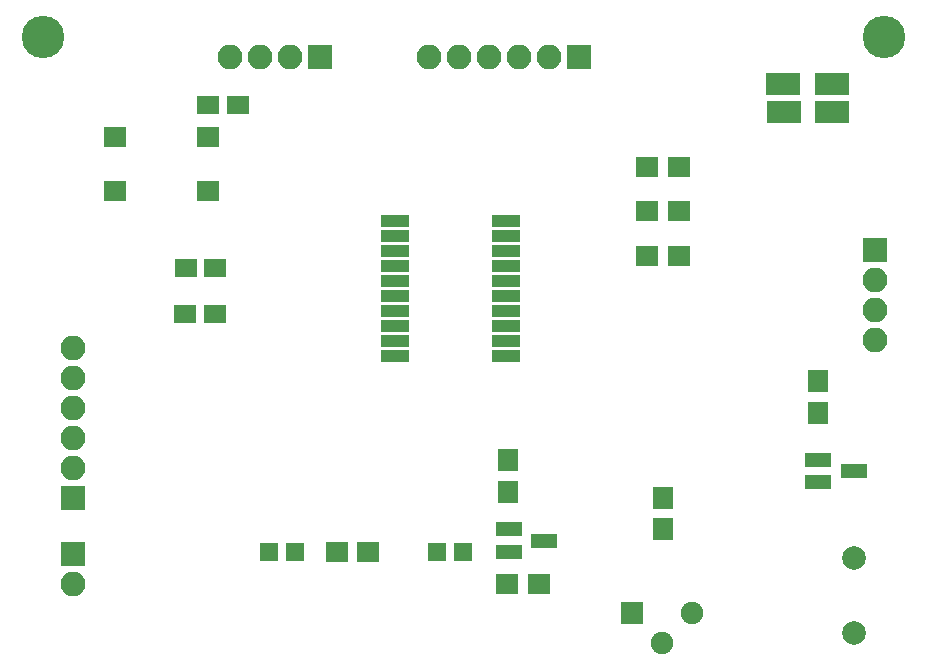
<source format=gts>
G04 #@! TF.FileFunction,Soldermask,Top*
%FSLAX46Y46*%
G04 Gerber Fmt 4.6, Leading zero omitted, Abs format (unit mm)*
G04 Created by KiCad (PCBNEW 4.0.4+e1-6308~48~ubuntu16.04.1-stable) date Thu Jan  5 19:53:31 2017*
%MOMM*%
%LPD*%
G01*
G04 APERTURE LIST*
%ADD10C,0.100000*%
%ADD11R,1.700000X1.900000*%
%ADD12R,1.900000X1.650000*%
%ADD13R,1.600000X1.600000*%
%ADD14R,2.900000X1.924000*%
%ADD15R,2.100000X2.100000*%
%ADD16O,2.100000X2.100000*%
%ADD17R,2.300000X1.200000*%
%ADD18R,1.900000X1.700000*%
%ADD19C,2.000200*%
%ADD20R,1.950000X1.700000*%
%ADD21R,2.350000X1.000000*%
%ADD22C,3.600000*%
%ADD23C,1.910000*%
%ADD24R,1.910000X1.910000*%
G04 APERTURE END LIST*
D10*
D11*
X166175000Y-82225000D03*
X166175000Y-79525000D03*
D12*
X115125000Y-69975000D03*
X112625000Y-69975000D03*
X115075000Y-73850000D03*
X112575000Y-73850000D03*
D13*
X136075000Y-93975000D03*
X133875000Y-93975000D03*
D14*
X167325000Y-54413000D03*
X167325000Y-56737000D03*
X163275000Y-56737000D03*
X163225000Y-54413000D03*
D15*
X103050000Y-94200000D03*
D16*
X103050000Y-96740000D03*
D15*
X123990000Y-52100000D03*
D16*
X121450000Y-52100000D03*
X118910000Y-52100000D03*
X116370000Y-52100000D03*
D15*
X170950000Y-68395000D03*
D16*
X170950000Y-70935000D03*
X170950000Y-73475000D03*
X170950000Y-76015000D03*
D17*
X140000000Y-92100000D03*
X140000000Y-94000000D03*
X143000000Y-93050000D03*
X166175000Y-86200000D03*
X166175000Y-88100000D03*
X169175000Y-87150000D03*
D11*
X139900000Y-88925000D03*
X139900000Y-86225000D03*
D18*
X142550000Y-96750000D03*
X139850000Y-96750000D03*
X154425000Y-68950000D03*
X151725000Y-68950000D03*
X154425000Y-65175000D03*
X151725000Y-65175000D03*
X154400000Y-61450000D03*
X151700000Y-61450000D03*
D19*
X169175000Y-100875000D03*
X169175000Y-94525000D03*
D15*
X103050000Y-89470000D03*
D16*
X103050000Y-86930000D03*
X103050000Y-84390000D03*
X103050000Y-81850000D03*
X103050000Y-79310000D03*
X103050000Y-76770000D03*
D15*
X145945000Y-52125000D03*
D16*
X143405000Y-52125000D03*
X140865000Y-52125000D03*
X138325000Y-52125000D03*
X135785000Y-52125000D03*
X133245000Y-52125000D03*
D20*
X106600000Y-63400000D03*
X106600000Y-58900000D03*
X114550000Y-58900000D03*
X114550000Y-63400000D03*
D21*
X130375000Y-65975000D03*
X130375000Y-67245000D03*
X130375000Y-68515000D03*
X130375000Y-69785000D03*
X130375000Y-71055000D03*
X130375000Y-72325000D03*
X130375000Y-73595000D03*
X130375000Y-74865000D03*
X130375000Y-76135000D03*
X130375000Y-77405000D03*
X139775000Y-77405000D03*
X139775000Y-76135000D03*
X139775000Y-74865000D03*
X139775000Y-73595000D03*
X139775000Y-72325000D03*
X139775000Y-71055000D03*
X139775000Y-69785000D03*
X139775000Y-68515000D03*
X139775000Y-67245000D03*
X139775000Y-65975000D03*
D22*
X171725000Y-50400000D03*
X100575000Y-50400000D03*
D12*
X114550000Y-56175000D03*
X117050000Y-56175000D03*
D11*
X153000000Y-92100000D03*
X153000000Y-89400000D03*
D23*
X155525000Y-99150000D03*
D24*
X150445000Y-99150000D03*
D23*
X152985000Y-101690000D03*
D13*
X121900000Y-93975000D03*
X119700000Y-93975000D03*
D18*
X125400000Y-93975000D03*
X128100000Y-93975000D03*
M02*

</source>
